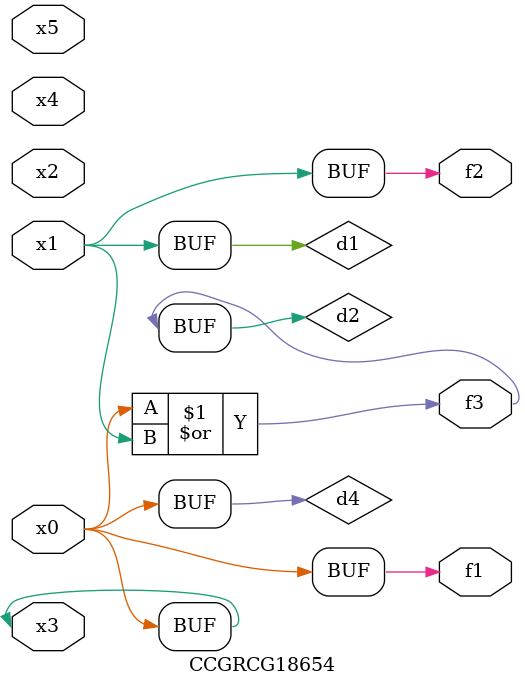
<source format=v>
module CCGRCG18654(
	input x0, x1, x2, x3, x4, x5,
	output f1, f2, f3
);

	wire d1, d2, d3, d4;

	and (d1, x1);
	or (d2, x0, x1);
	nand (d3, x0, x5);
	buf (d4, x0, x3);
	assign f1 = d4;
	assign f2 = d1;
	assign f3 = d2;
endmodule

</source>
